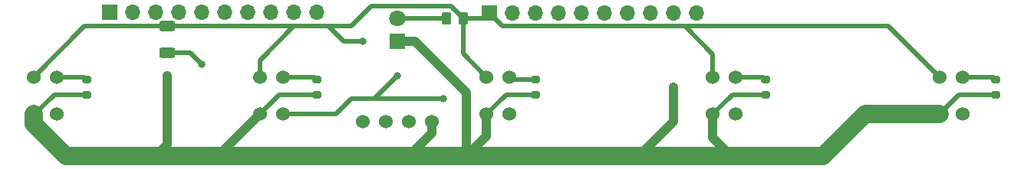
<source format=gbr>
%TF.GenerationSoftware,KiCad,Pcbnew,7.0.9*%
%TF.CreationDate,2024-03-23T08:09:54+09:00*%
%TF.ProjectId,03-front,30332d66-726f-46e7-942e-6b696361645f,rev?*%
%TF.SameCoordinates,Original*%
%TF.FileFunction,Copper,L1,Top*%
%TF.FilePolarity,Positive*%
%FSLAX46Y46*%
G04 Gerber Fmt 4.6, Leading zero omitted, Abs format (unit mm)*
G04 Created by KiCad (PCBNEW 7.0.9) date 2024-03-23 08:09:54*
%MOMM*%
%LPD*%
G01*
G04 APERTURE LIST*
G04 Aperture macros list*
%AMRoundRect*
0 Rectangle with rounded corners*
0 $1 Rounding radius*
0 $2 $3 $4 $5 $6 $7 $8 $9 X,Y pos of 4 corners*
0 Add a 4 corners polygon primitive as box body*
4,1,4,$2,$3,$4,$5,$6,$7,$8,$9,$2,$3,0*
0 Add four circle primitives for the rounded corners*
1,1,$1+$1,$2,$3*
1,1,$1+$1,$4,$5*
1,1,$1+$1,$6,$7*
1,1,$1+$1,$8,$9*
0 Add four rect primitives between the rounded corners*
20,1,$1+$1,$2,$3,$4,$5,0*
20,1,$1+$1,$4,$5,$6,$7,0*
20,1,$1+$1,$6,$7,$8,$9,0*
20,1,$1+$1,$8,$9,$2,$3,0*%
G04 Aperture macros list end*
%TA.AperFunction,ComponentPad*%
%ADD10R,1.800000X1.800000*%
%TD*%
%TA.AperFunction,ComponentPad*%
%ADD11C,1.800000*%
%TD*%
%TA.AperFunction,ComponentPad*%
%ADD12C,1.524000*%
%TD*%
%TA.AperFunction,SMDPad,CuDef*%
%ADD13RoundRect,0.200000X-0.275000X0.200000X-0.275000X-0.200000X0.275000X-0.200000X0.275000X0.200000X0*%
%TD*%
%TA.AperFunction,SMDPad,CuDef*%
%ADD14RoundRect,0.250000X-0.625000X0.312500X-0.625000X-0.312500X0.625000X-0.312500X0.625000X0.312500X0*%
%TD*%
%TA.AperFunction,SMDPad,CuDef*%
%ADD15RoundRect,0.250000X-0.262500X-0.450000X0.262500X-0.450000X0.262500X0.450000X-0.262500X0.450000X0*%
%TD*%
%TA.AperFunction,ComponentPad*%
%ADD16R,1.700000X1.700000*%
%TD*%
%TA.AperFunction,ComponentPad*%
%ADD17O,1.700000X1.700000*%
%TD*%
%TA.AperFunction,ViaPad*%
%ADD18C,0.800000*%
%TD*%
%TA.AperFunction,Conductor*%
%ADD19C,0.500000*%
%TD*%
%TA.AperFunction,Conductor*%
%ADD20C,1.000000*%
%TD*%
%TA.AperFunction,Conductor*%
%ADD21C,2.000000*%
%TD*%
G04 APERTURE END LIST*
D10*
%TO.P,D1,1,K*%
%TO.N,GND*%
X88900000Y-93980000D03*
D11*
%TO.P,D1,2,A*%
%TO.N,Net-(D1-A)*%
X88900000Y-91440000D03*
%TD*%
D12*
%TO.P,U4,1,Anode*%
%TO.N,+3V3*%
X123730000Y-97950000D03*
%TO.P,U4,2,Cathode*%
%TO.N,Net-(U4-Cathode)*%
X126270000Y-97950000D03*
%TO.P,U4,3,Emitter*%
%TO.N,GND*%
X123730000Y-102050000D03*
%TO.P,U4,4,Collector*%
%TO.N,photo1*%
X126270000Y-102050000D03*
%TD*%
%TO.P,U3,1,Anode*%
%TO.N,+3V3*%
X98730000Y-97950000D03*
%TO.P,U3,2,Cathode*%
%TO.N,Net-(U3-Cathode)*%
X101270000Y-97950000D03*
%TO.P,U3,3,Emitter*%
%TO.N,GND*%
X98730000Y-102050000D03*
%TO.P,U3,4,Collector*%
%TO.N,photo1*%
X101270000Y-102050000D03*
%TD*%
D13*
%TO.P,R5,1*%
%TO.N,Net-(U3-Cathode)*%
X104140000Y-98235000D03*
%TO.P,R5,2*%
%TO.N,GND*%
X104140000Y-99885000D03*
%TD*%
D12*
%TO.P,U6,1,+V*%
%TO.N,+3V3*%
X85090000Y-102870000D03*
%TO.P,U6,2,SDA*%
%TO.N,SDA*%
X87630000Y-102870000D03*
%TO.P,U6,3,SCL*%
%TO.N,SCL*%
X90170000Y-102870000D03*
%TO.P,U6,4,GND*%
%TO.N,GND*%
X92710000Y-102870000D03*
%TD*%
%TO.P,U2,1,Anode*%
%TO.N,+3V3*%
X73730000Y-97950000D03*
%TO.P,U2,2,Cathode*%
%TO.N,Net-(U2-Cathode)*%
X76270000Y-97950000D03*
%TO.P,U2,3,Emitter*%
%TO.N,GND*%
X73730000Y-102050000D03*
%TO.P,U2,4,Collector*%
%TO.N,photo1*%
X76270000Y-102050000D03*
%TD*%
D13*
%TO.P,R6,1*%
%TO.N,Net-(U4-Cathode)*%
X129540000Y-98235000D03*
%TO.P,R6,2*%
%TO.N,GND*%
X129540000Y-99885000D03*
%TD*%
D14*
%TO.P,R2,1*%
%TO.N,+3V3*%
X63500000Y-92325000D03*
%TO.P,R2,2*%
%TO.N,photo1*%
X63500000Y-95250000D03*
%TD*%
D13*
%TO.P,R9,1*%
%TO.N,Net-(U5-Cathode)*%
X154940000Y-98235000D03*
%TO.P,R9,2*%
%TO.N,GND*%
X154940000Y-99885000D03*
%TD*%
D15*
%TO.P,R4,1*%
%TO.N,Net-(D1-A)*%
X94337500Y-91440000D03*
%TO.P,R4,2*%
%TO.N,+3V3*%
X96162500Y-91440000D03*
%TD*%
D13*
%TO.P,R1,1*%
%TO.N,Net-(U1-Cathode)*%
X54610000Y-98235000D03*
%TO.P,R1,2*%
%TO.N,GND*%
X54610000Y-99885000D03*
%TD*%
%TO.P,R3,1*%
%TO.N,Net-(U2-Cathode)*%
X80010000Y-98235000D03*
%TO.P,R3,2*%
%TO.N,GND*%
X80010000Y-99885000D03*
%TD*%
D12*
%TO.P,U5,1,Anode*%
%TO.N,+3V3*%
X148730000Y-97950000D03*
%TO.P,U5,2,Cathode*%
%TO.N,Net-(U5-Cathode)*%
X151270000Y-97950000D03*
%TO.P,U5,3,Emitter*%
%TO.N,GND*%
X148730000Y-102050000D03*
%TO.P,U5,4,Collector*%
%TO.N,photo1*%
X151270000Y-102050000D03*
%TD*%
%TO.P,U1,1,Anode*%
%TO.N,+3V3*%
X48730000Y-97950000D03*
%TO.P,U1,2,Cathode*%
%TO.N,Net-(U1-Cathode)*%
X51270000Y-97950000D03*
%TO.P,U1,3,Emitter*%
%TO.N,GND*%
X48730000Y-102050000D03*
%TO.P,U1,4,Collector*%
%TO.N,photo1*%
X51270000Y-102050000D03*
%TD*%
D16*
%TO.P,REF\u002A\u002A,1*%
%TO.N,N/C*%
X57150000Y-90805000D03*
D17*
%TO.P,REF\u002A\u002A,2*%
X59690000Y-90805000D03*
%TO.P,REF\u002A\u002A,3*%
X62230000Y-90805000D03*
%TO.P,REF\u002A\u002A,4*%
X64770000Y-90805000D03*
%TO.P,REF\u002A\u002A,5*%
X67310000Y-90805000D03*
%TO.P,REF\u002A\u002A,6*%
X69850000Y-90805000D03*
%TO.P,REF\u002A\u002A,7*%
X72390000Y-90805000D03*
%TO.P,REF\u002A\u002A,8*%
X74930000Y-90805000D03*
%TO.P,REF\u002A\u002A,9*%
X77470000Y-90805000D03*
%TO.P,REF\u002A\u002A,10*%
X80010000Y-90805000D03*
%TD*%
D16*
%TO.P,J1,1,Pin_1*%
%TO.N,+3V3*%
X99060000Y-90875000D03*
D17*
%TO.P,J1,2,Pin_2*%
%TO.N,photo1*%
X101600000Y-90875000D03*
%TO.P,J1,3,Pin_3*%
%TO.N,GND*%
X104140000Y-90875000D03*
%TO.P,J1,4,Pin_4*%
X106680000Y-90875000D03*
%TO.P,J1,5,Pin_5*%
X109220000Y-90875000D03*
%TO.P,J1,6,Pin_6*%
X111760000Y-90875000D03*
%TO.P,J1,7,Pin_7*%
X114300000Y-90875000D03*
%TO.P,J1,8,Pin_8*%
%TO.N,SDA*%
X116840000Y-90875000D03*
%TO.P,J1,9,Pin_9*%
%TO.N,SCL*%
X119380000Y-90875000D03*
%TO.P,J1,10,Pin_10*%
%TO.N,GND*%
X121920000Y-90875000D03*
%TD*%
D18*
%TO.N,+3V3*%
X85090000Y-93980000D03*
%TO.N,photo1*%
X67310000Y-96520000D03*
X93980000Y-100330000D03*
X88900000Y-97790000D03*
%TO.N,GND*%
X63500000Y-97790000D03*
X119380000Y-99060000D03*
%TD*%
D19*
%TO.N,+3V3*%
X77470000Y-92325000D02*
X81280000Y-92325000D01*
X100515000Y-92325000D02*
X99065000Y-90875000D01*
X123730000Y-95405000D02*
X120650000Y-92325000D01*
X83820000Y-92325000D02*
X86055000Y-90090000D01*
X94812500Y-90090000D02*
X96162500Y-91440000D01*
X54355000Y-92325000D02*
X63500000Y-92325000D01*
X96162500Y-95382500D02*
X98730000Y-97950000D01*
X143105000Y-92325000D02*
X148730000Y-97950000D01*
X73730000Y-96065000D02*
X77470000Y-92325000D01*
X120650000Y-92325000D02*
X100515000Y-92325000D01*
X73730000Y-97950000D02*
X73730000Y-96065000D01*
X85090000Y-93980000D02*
X82935000Y-93980000D01*
X96162500Y-91440000D02*
X96162500Y-95382500D01*
X81280000Y-92325000D02*
X83820000Y-92325000D01*
X86055000Y-90090000D02*
X94812500Y-90090000D01*
X63500000Y-92325000D02*
X77470000Y-92325000D01*
X82935000Y-93980000D02*
X81280000Y-92325000D01*
X98500000Y-91440000D02*
X99065000Y-90875000D01*
X120650000Y-92325000D02*
X143105000Y-92325000D01*
X48730000Y-97950000D02*
X54355000Y-92325000D01*
X123730000Y-97950000D02*
X123730000Y-95405000D01*
X96162500Y-91440000D02*
X98500000Y-91440000D01*
%TO.N,photo1*%
X82100000Y-102050000D02*
X82550000Y-101600000D01*
X83820000Y-100330000D02*
X86360000Y-100330000D01*
X66040000Y-95250000D02*
X67310000Y-96520000D01*
X63500000Y-95250000D02*
X66040000Y-95250000D01*
X82550000Y-101600000D02*
X83820000Y-100330000D01*
X76270000Y-102050000D02*
X82100000Y-102050000D01*
X88900000Y-97790000D02*
X86360000Y-100330000D01*
X86360000Y-100330000D02*
X93980000Y-100330000D01*
D20*
%TO.N,GND*%
X119380000Y-99060000D02*
X119380000Y-102870000D01*
D21*
X90170000Y-106680000D02*
X96520000Y-106680000D01*
D20*
X63500000Y-105410000D02*
X62230000Y-106680000D01*
D21*
X48730000Y-103127630D02*
X52282370Y-106680000D01*
D20*
X96520000Y-99700000D02*
X96520000Y-106680000D01*
D19*
X100895000Y-99885000D02*
X98730000Y-102050000D01*
D21*
X125730000Y-106680000D02*
X135890000Y-106680000D01*
D20*
X73730000Y-102050000D02*
X69850000Y-105930000D01*
D21*
X135890000Y-106680000D02*
X140520000Y-102050000D01*
D20*
X88900000Y-93980000D02*
X90800000Y-93980000D01*
X92710000Y-104140000D02*
X90170000Y-106680000D01*
D21*
X52282370Y-106680000D02*
X62230000Y-106680000D01*
D19*
X129540000Y-99885000D02*
X125895000Y-99885000D01*
D21*
X48730000Y-102050000D02*
X48730000Y-103127630D01*
D20*
X69850000Y-105930000D02*
X69850000Y-106680000D01*
D19*
X125895000Y-99885000D02*
X123730000Y-102050000D01*
X48730000Y-102050000D02*
X48884027Y-102050000D01*
D20*
X63500000Y-97790000D02*
X63500000Y-105410000D01*
D19*
X150895000Y-99885000D02*
X148730000Y-102050000D01*
D21*
X115570000Y-106680000D02*
X125730000Y-106680000D01*
D19*
X80010000Y-99885000D02*
X75895000Y-99885000D01*
X48884027Y-102050000D02*
X51049027Y-99885000D01*
D21*
X96520000Y-106680000D02*
X115570000Y-106680000D01*
D20*
X90800000Y-93980000D02*
X96520000Y-99700000D01*
D19*
X51049027Y-99885000D02*
X54610000Y-99885000D01*
X104140000Y-99885000D02*
X100895000Y-99885000D01*
D21*
X140520000Y-102050000D02*
X148730000Y-102050000D01*
D20*
X98730000Y-104470000D02*
X96520000Y-106680000D01*
X123730000Y-102050000D02*
X123730000Y-104680000D01*
X98730000Y-102050000D02*
X98730000Y-104470000D01*
D21*
X69850000Y-106680000D02*
X90170000Y-106680000D01*
D20*
X123730000Y-104680000D02*
X125730000Y-106680000D01*
D19*
X154940000Y-99885000D02*
X150895000Y-99885000D01*
X75895000Y-99885000D02*
X73730000Y-102050000D01*
D21*
X62230000Y-106680000D02*
X69850000Y-106680000D01*
D20*
X92710000Y-102870000D02*
X92710000Y-104140000D01*
X119380000Y-102870000D02*
X115570000Y-106680000D01*
D19*
%TO.N,Net-(U1-Cathode)*%
X51270000Y-97950000D02*
X54325000Y-97950000D01*
X54325000Y-97950000D02*
X54610000Y-98235000D01*
%TO.N,Net-(U2-Cathode)*%
X79725000Y-97950000D02*
X80010000Y-98235000D01*
X76270000Y-97950000D02*
X79725000Y-97950000D01*
%TO.N,Net-(U3-Cathode)*%
X101555000Y-98235000D02*
X101270000Y-97950000D01*
X104140000Y-98235000D02*
X101555000Y-98235000D01*
%TO.N,Net-(U4-Cathode)*%
X126270000Y-97950000D02*
X129255000Y-97950000D01*
X129255000Y-97950000D02*
X129540000Y-98235000D01*
%TO.N,Net-(U5-Cathode)*%
X151270000Y-97950000D02*
X154655000Y-97950000D01*
X154655000Y-97950000D02*
X154940000Y-98235000D01*
%TO.N,Net-(D1-A)*%
X88900000Y-91440000D02*
X94337500Y-91440000D01*
%TD*%
M02*

</source>
